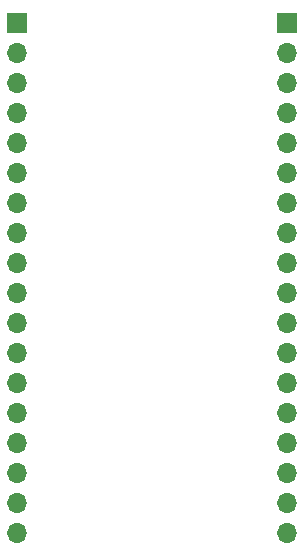
<source format=gbl>
G04 #@! TF.FileFunction,Copper,L2,Bot,Signal*
%FSLAX46Y46*%
G04 Gerber Fmt 4.6, Leading zero omitted, Abs format (unit mm)*
G04 Created by KiCad (PCBNEW 4.0.7-e2-6376~60~ubuntu17.10.1) date Sun Mar  4 19:18:17 2018*
%MOMM*%
%LPD*%
G01*
G04 APERTURE LIST*
%ADD10C,0.100000*%
%ADD11R,1.700000X1.700000*%
%ADD12O,1.700000X1.700000*%
G04 APERTURE END LIST*
D10*
D11*
X137160000Y-86360000D03*
D12*
X137160000Y-88900000D03*
X137160000Y-91440000D03*
X137160000Y-93980000D03*
X137160000Y-96520000D03*
X137160000Y-99060000D03*
X137160000Y-101600000D03*
X137160000Y-104140000D03*
X137160000Y-106680000D03*
X137160000Y-109220000D03*
X137160000Y-111760000D03*
X137160000Y-114300000D03*
X137160000Y-116840000D03*
X137160000Y-119380000D03*
X137160000Y-121920000D03*
X137160000Y-124460000D03*
X137160000Y-127000000D03*
X137160000Y-129540000D03*
D11*
X160020000Y-86360000D03*
D12*
X160020000Y-88900000D03*
X160020000Y-91440000D03*
X160020000Y-93980000D03*
X160020000Y-96520000D03*
X160020000Y-99060000D03*
X160020000Y-101600000D03*
X160020000Y-104140000D03*
X160020000Y-106680000D03*
X160020000Y-109220000D03*
X160020000Y-111760000D03*
X160020000Y-114300000D03*
X160020000Y-116840000D03*
X160020000Y-119380000D03*
X160020000Y-121920000D03*
X160020000Y-124460000D03*
X160020000Y-127000000D03*
X160020000Y-129540000D03*
M02*

</source>
